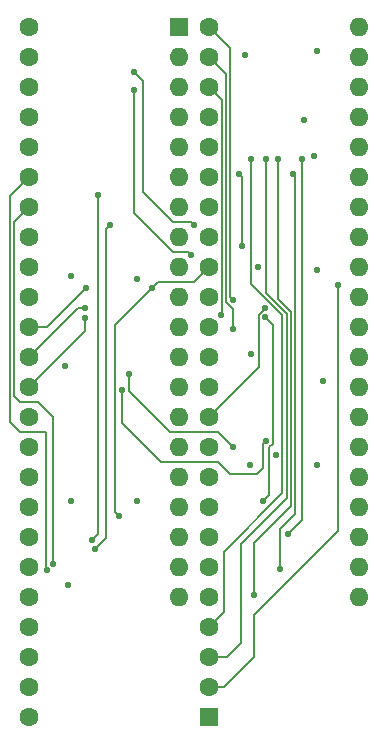
<source format=gbl>
G04 #@! TF.GenerationSoftware,KiCad,Pcbnew,(6.0.5)*
G04 #@! TF.CreationDate,2024-06-24T20:21:06-07:00*
G04 #@! TF.ProjectId,MCL6809_PCB,4d434c36-3830-4395-9f50-43422e6b6963,rev?*
G04 #@! TF.SameCoordinates,Original*
G04 #@! TF.FileFunction,Copper,L4,Bot*
G04 #@! TF.FilePolarity,Positive*
%FSLAX46Y46*%
G04 Gerber Fmt 4.6, Leading zero omitted, Abs format (unit mm)*
G04 Created by KiCad (PCBNEW (6.0.5)) date 2024-06-24 20:21:06*
%MOMM*%
%LPD*%
G01*
G04 APERTURE LIST*
G04 #@! TA.AperFunction,ComponentPad*
%ADD10R,1.600000X1.600000*%
G04 #@! TD*
G04 #@! TA.AperFunction,ComponentPad*
%ADD11C,1.600000*%
G04 #@! TD*
G04 #@! TA.AperFunction,ComponentPad*
%ADD12O,1.600000X1.600000*%
G04 #@! TD*
G04 #@! TA.AperFunction,ViaPad*
%ADD13C,0.584200*%
G04 #@! TD*
G04 #@! TA.AperFunction,Conductor*
%ADD14C,0.152400*%
G04 #@! TD*
G04 APERTURE END LIST*
D10*
X168910000Y-141224000D03*
D11*
X168910000Y-138684000D03*
X168910000Y-136144000D03*
X168910000Y-133604000D03*
X168910000Y-131064000D03*
X168910000Y-128524000D03*
X168910000Y-125984000D03*
X168910000Y-123444000D03*
X168910000Y-120904000D03*
X168910000Y-118364000D03*
X168910000Y-115824000D03*
X168910000Y-113284000D03*
X168910000Y-110744000D03*
X168910000Y-108204000D03*
X168910000Y-105664000D03*
X168910000Y-103124000D03*
X168910000Y-100584000D03*
X168910000Y-98044000D03*
X168910000Y-95504000D03*
X168910000Y-92964000D03*
X168910000Y-90424000D03*
X168910000Y-87884000D03*
X168910000Y-85344000D03*
X168910000Y-82804000D03*
X153670000Y-82804000D03*
X153670000Y-85344000D03*
X153670000Y-87884000D03*
X153670000Y-90424000D03*
X153670000Y-92964000D03*
X153670000Y-95504000D03*
X153670000Y-98044000D03*
X153670000Y-100584000D03*
X153670000Y-103124000D03*
X153670000Y-105664000D03*
X153670000Y-108204000D03*
X153670000Y-110744000D03*
X153670000Y-113284000D03*
X153670000Y-115824000D03*
X153670000Y-118364000D03*
X153670000Y-120904000D03*
X153670000Y-123444000D03*
X153670000Y-125984000D03*
X153670000Y-128524000D03*
X153670000Y-131064000D03*
X153670000Y-133604000D03*
X153670000Y-136144000D03*
X153670000Y-138684000D03*
X153670000Y-141224000D03*
D10*
X166370000Y-82804000D03*
D12*
X166370000Y-85344000D03*
X166370000Y-87884000D03*
X166370000Y-90424000D03*
X166370000Y-92964000D03*
X166370000Y-95504000D03*
X166370000Y-98044000D03*
X166370000Y-100584000D03*
X166370000Y-103124000D03*
X166370000Y-105664000D03*
X166370000Y-108204000D03*
X166370000Y-110744000D03*
X166370000Y-113284000D03*
X166370000Y-115824000D03*
X166370000Y-118364000D03*
X166370000Y-120904000D03*
X166370000Y-123444000D03*
X166370000Y-125984000D03*
X166370000Y-128524000D03*
X166370000Y-131064000D03*
X181610000Y-131064000D03*
X181610000Y-128524000D03*
X181610000Y-125984000D03*
X181610000Y-123444000D03*
X181610000Y-120904000D03*
X181610000Y-118364000D03*
X181610000Y-115824000D03*
X181610000Y-113284000D03*
X181610000Y-110744000D03*
X181610000Y-108204000D03*
X181610000Y-105664000D03*
X181610000Y-103124000D03*
X181610000Y-100584000D03*
X181610000Y-98044000D03*
X181610000Y-95504000D03*
X181610000Y-92964000D03*
X181610000Y-90424000D03*
X181610000Y-87884000D03*
X181610000Y-85344000D03*
X181610000Y-82804000D03*
D13*
X178054000Y-119888000D03*
X157226000Y-122936000D03*
X178054000Y-84836000D03*
X157226000Y-103886000D03*
X172406200Y-119888000D03*
X162814000Y-122936000D03*
X173033800Y-103124000D03*
X177800000Y-93726000D03*
X178054000Y-103378000D03*
X162814000Y-104140000D03*
X172466000Y-110490000D03*
X156972000Y-130048000D03*
X171958000Y-85149800D03*
X178562000Y-112776000D03*
X174557800Y-119061548D03*
X176965735Y-90669025D03*
X156718000Y-111506000D03*
X173736000Y-117856000D03*
X161544000Y-113538000D03*
X170942000Y-118364000D03*
X162111800Y-112225721D03*
X158496000Y-104902000D03*
X171704000Y-101346000D03*
X171450000Y-95250000D03*
X170942000Y-108391343D03*
X169926000Y-107188000D03*
X173676200Y-107412323D03*
X173482000Y-122936000D03*
X173676200Y-106628620D03*
X170942000Y-105918000D03*
X167386000Y-102108000D03*
X162560000Y-88138000D03*
X167640000Y-99568000D03*
X162560000Y-86614000D03*
X179832000Y-104648000D03*
X158436200Y-106592871D03*
X158436200Y-107442000D03*
X161290000Y-124206000D03*
X164109809Y-104917003D03*
X155147839Y-128824161D03*
X155702000Y-128270000D03*
X159258000Y-127000000D03*
X160528000Y-99568000D03*
X159004000Y-126238000D03*
X159512000Y-97028000D03*
X173736000Y-93980000D03*
X174914635Y-128724005D03*
X176022000Y-95250000D03*
X172466000Y-93980000D03*
X174752000Y-93980000D03*
X172729993Y-130908647D03*
X176784000Y-93980000D03*
X175568320Y-125784320D03*
D14*
X172974000Y-120650000D02*
X170686643Y-120650000D01*
X170686643Y-120650000D02*
X169670643Y-119634000D01*
X173482000Y-120142000D02*
X172974000Y-120650000D01*
X173482000Y-118110000D02*
X173482000Y-120142000D01*
X164846000Y-119634000D02*
X161544000Y-116332000D01*
X173736000Y-117856000D02*
X173482000Y-118110000D01*
X161544000Y-116332000D02*
X161544000Y-113538000D01*
X169670643Y-119634000D02*
X164846000Y-119634000D01*
X170942000Y-118364000D02*
X169672000Y-117094000D01*
X165608000Y-117094000D02*
X162111800Y-113597800D01*
X162111800Y-113597800D02*
X162111800Y-112225721D01*
X169672000Y-117094000D02*
X165608000Y-117094000D01*
X153670000Y-108204000D02*
X155194000Y-108204000D01*
X155194000Y-108204000D02*
X158496000Y-104902000D01*
X171704000Y-95504000D02*
X171450000Y-95250000D01*
X171704000Y-101346000D02*
X171704000Y-95504000D01*
X170337622Y-97452659D02*
X170337622Y-98635342D01*
X170336089Y-101176874D02*
X170336089Y-102531125D01*
X170337622Y-102532659D02*
X170337622Y-103715342D01*
X168910000Y-85344000D02*
X170337622Y-86771622D01*
X170336089Y-98636874D02*
X170336089Y-99991125D01*
X170336089Y-97451125D02*
X170337622Y-97452659D01*
X170336089Y-91016874D02*
X170336089Y-92371125D01*
X170336089Y-92371125D02*
X170337622Y-92372659D01*
X170337622Y-96095342D02*
X170336089Y-96096874D01*
X170336089Y-96096874D02*
X170336089Y-97451125D01*
X170337622Y-99992659D02*
X170337622Y-101175342D01*
X170337622Y-106116615D02*
X170942000Y-106720993D01*
X170942000Y-106720993D02*
X170942000Y-108391343D01*
X170337622Y-93555342D02*
X170336089Y-93556874D01*
X170336089Y-105071125D02*
X170337622Y-105072659D01*
X170337622Y-103715342D02*
X170336089Y-103716874D01*
X170336089Y-103716874D02*
X170336089Y-105071125D01*
X170336089Y-102531125D02*
X170337622Y-102532659D01*
X170337622Y-101175342D02*
X170336089Y-101176874D01*
X170337622Y-94912659D02*
X170337622Y-96095342D01*
X170337622Y-92372659D02*
X170337622Y-93555342D01*
X170336089Y-99991125D02*
X170337622Y-99992659D01*
X170337622Y-86771622D02*
X170337622Y-91015342D01*
X170337622Y-105072659D02*
X170337622Y-106116615D01*
X170336089Y-93556874D02*
X170336089Y-94911125D01*
X170336089Y-94911125D02*
X170337622Y-94912659D01*
X170337622Y-98635342D02*
X170336089Y-98636874D01*
X170337622Y-91015342D02*
X170336089Y-91016874D01*
X169984178Y-101031108D02*
X169984178Y-102676892D01*
X169984178Y-90871108D02*
X169984178Y-92516892D01*
X169985711Y-93409575D02*
X169984178Y-93411108D01*
X169985711Y-95949575D02*
X169984178Y-95951108D01*
X169985711Y-98489575D02*
X169984178Y-98491108D01*
X169984178Y-105216892D02*
X169985711Y-105218425D01*
X169984178Y-92516892D02*
X169985711Y-92518425D01*
X169984178Y-100136892D02*
X169985711Y-100138425D01*
X168910000Y-87884000D02*
X169984178Y-88958178D01*
X169984178Y-98491108D02*
X169984178Y-100136892D01*
X169984178Y-102676892D02*
X169985711Y-102678425D01*
X169985711Y-90869575D02*
X169984178Y-90871108D01*
X169985711Y-100138425D02*
X169985711Y-101029575D01*
X169985711Y-105218425D02*
X169985711Y-107128289D01*
X169984178Y-88958178D02*
X169984178Y-89976892D01*
X169984178Y-93411108D02*
X169984178Y-95056892D01*
X169984178Y-89976892D02*
X169985711Y-89978425D01*
X169984178Y-95951108D02*
X169984178Y-97596892D01*
X169985711Y-92518425D02*
X169985711Y-93409575D01*
X169985711Y-97598425D02*
X169985711Y-98489575D01*
X169985711Y-107128289D02*
X169926000Y-107188000D01*
X169984178Y-97596892D02*
X169985711Y-97598425D01*
X169985711Y-102678425D02*
X169985711Y-103569575D01*
X169985711Y-95058425D02*
X169985711Y-95949575D01*
X169984178Y-95056892D02*
X169985711Y-95058425D01*
X169985711Y-89978425D02*
X169985711Y-90869575D01*
X169985711Y-101029575D02*
X169984178Y-101031108D01*
X169985711Y-103569575D02*
X169984178Y-103571108D01*
X169984178Y-103571108D02*
X169984178Y-105216892D01*
X173990000Y-118404993D02*
X174303801Y-118091192D01*
X173482000Y-122936000D02*
X173990000Y-122428000D01*
X174303801Y-118091192D02*
X174303801Y-108039924D01*
X173990000Y-122428000D02*
X173990000Y-118404993D01*
X174303801Y-108039924D02*
X173676200Y-107412323D01*
X173460298Y-106844522D02*
X173676200Y-106628620D01*
X168910000Y-115824000D02*
X173108399Y-111625601D01*
X173441008Y-106844522D02*
X173460298Y-106844522D01*
X173108399Y-111625601D02*
X173108399Y-107177131D01*
X173108399Y-107177131D02*
X173441008Y-106844522D01*
X170689580Y-84583580D02*
X168910000Y-82804000D01*
X170689580Y-103569691D02*
X170689580Y-84583580D01*
X170689533Y-105665533D02*
X170689533Y-103713923D01*
X170942000Y-105918000D02*
X170689533Y-105665533D01*
X170689533Y-103713923D02*
X170689580Y-103569691D01*
X165834996Y-101832389D02*
X167110389Y-101832389D01*
X167110389Y-101832389D02*
X167386000Y-102108000D01*
X162560000Y-98557393D02*
X165834996Y-101832389D01*
X162560000Y-88138000D02*
X162560000Y-98557393D01*
X167364389Y-99292389D02*
X167640000Y-99568000D01*
X163322000Y-87376000D02*
X163322000Y-96779393D01*
X165834996Y-99292389D02*
X167364389Y-99292389D01*
X163322000Y-96779393D02*
X165834996Y-99292389D01*
X162560000Y-86614000D02*
X163322000Y-87376000D01*
X170180000Y-138684000D02*
X172720000Y-136144000D01*
X168910000Y-138684000D02*
X170180000Y-138684000D01*
X179832000Y-125476000D02*
X179832000Y-104648000D01*
X172720000Y-136144000D02*
X172720000Y-132588000D01*
X172720000Y-132588000D02*
X179832000Y-125476000D01*
X157821129Y-106592871D02*
X158436200Y-106592871D01*
X153670000Y-110744000D02*
X157821129Y-106592871D01*
X158436200Y-108517800D02*
X158436200Y-107442000D01*
X153670000Y-113284000D02*
X158436200Y-108517800D01*
X164620177Y-104394000D02*
X167640000Y-104394000D01*
X161290000Y-124206000D02*
X160976199Y-123892199D01*
X160976199Y-108037978D02*
X164620177Y-104394000D01*
X160976199Y-123892199D02*
X160976199Y-108037978D01*
X167640000Y-104394000D02*
X168910000Y-103124000D01*
X152908000Y-117094000D02*
X152048089Y-116234089D01*
X152048089Y-97125911D02*
X153670000Y-95504000D01*
X155194000Y-128778000D02*
X155134199Y-128718199D01*
X152048089Y-116234089D02*
X152048089Y-97125911D01*
X155134199Y-117094000D02*
X152908000Y-117094000D01*
X155147839Y-128824161D02*
X155194000Y-128778000D01*
X155134199Y-128718199D02*
X155134199Y-117094000D01*
X155702000Y-115824000D02*
X154432000Y-114554000D01*
X152400000Y-114046000D02*
X152400000Y-99314000D01*
X155702000Y-128270000D02*
X155702000Y-115824000D01*
X154432000Y-114554000D02*
X152908000Y-114554000D01*
X152400000Y-99314000D02*
X153670000Y-98044000D01*
X152908000Y-114554000D02*
X152400000Y-114046000D01*
X160214199Y-126043801D02*
X159258000Y-127000000D01*
X160528000Y-99568000D02*
X160214199Y-99881801D01*
X160214199Y-99881801D02*
X160214199Y-126043801D01*
X159512000Y-125730000D02*
X159512000Y-97028000D01*
X159004000Y-126238000D02*
X159512000Y-125730000D01*
X171631319Y-134946681D02*
X170434000Y-136144000D01*
X173736000Y-105344794D02*
X175477512Y-107086306D01*
X170434000Y-136144000D02*
X168910000Y-136144000D01*
X173736000Y-93980000D02*
X173736000Y-105344794D01*
X171631319Y-126564681D02*
X171631319Y-134946681D01*
X175477512Y-107086306D02*
X175477512Y-122718488D01*
X175477512Y-122718488D02*
X171631319Y-126564681D01*
X176022000Y-95250000D02*
X176181334Y-95409334D01*
X176181334Y-124046666D02*
X174880811Y-125347189D01*
X174880811Y-125347189D02*
X174880811Y-128690181D01*
X176181334Y-95409334D02*
X176181334Y-124046666D01*
X174880811Y-128690181D02*
X174914635Y-128724005D01*
X170180000Y-132334000D02*
X168910000Y-133604000D01*
X170180000Y-127254000D02*
X170180000Y-132334000D01*
X175125601Y-107232072D02*
X175125601Y-122308399D01*
X172466000Y-93980000D02*
X172466000Y-104572471D01*
X175125601Y-122308399D02*
X170180000Y-127254000D01*
X172466000Y-104572471D02*
X175125601Y-107232072D01*
X172729993Y-126482007D02*
X172729993Y-130908647D01*
X175829423Y-106940540D02*
X175829423Y-123382577D01*
X174752000Y-105863117D02*
X175829423Y-106940540D01*
X174752000Y-93980000D02*
X174752000Y-105863117D01*
X175829423Y-123382577D02*
X172729993Y-126482007D01*
X176784000Y-93980000D02*
X176784000Y-124568640D01*
X176784000Y-124568640D02*
X175568320Y-125784320D01*
M02*

</source>
